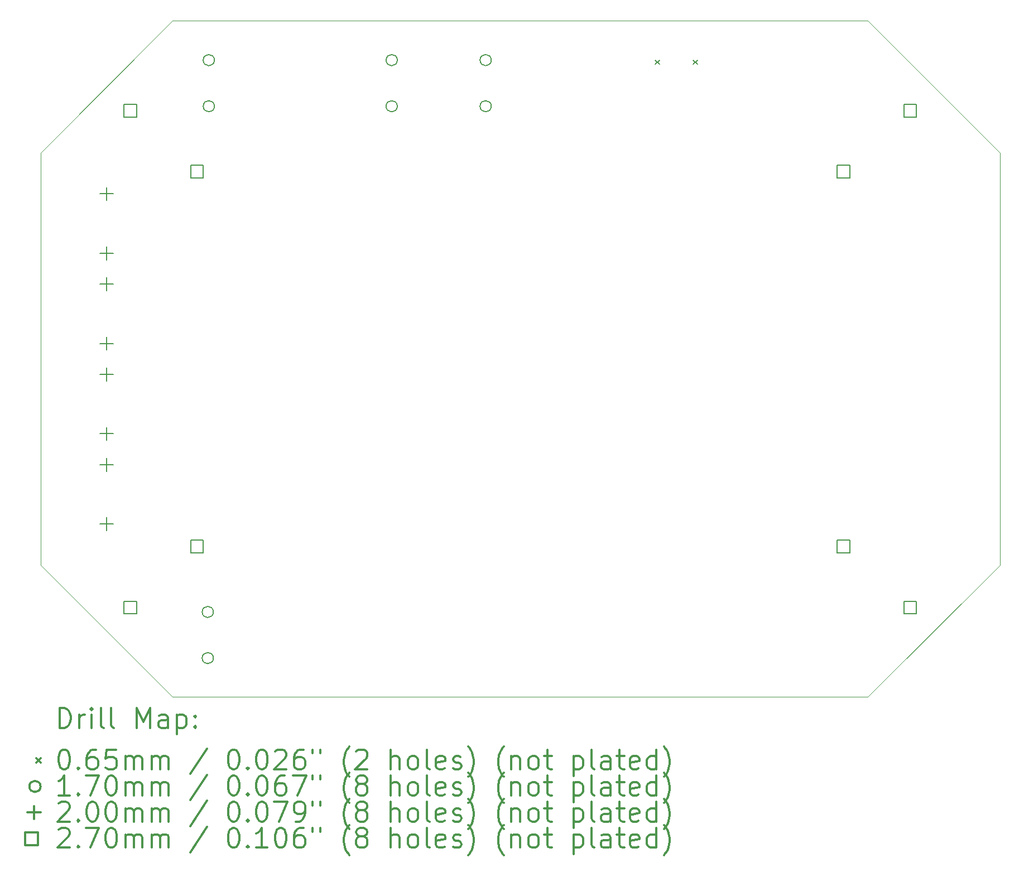
<source format=gbr>
%FSLAX45Y45*%
G04 Gerber Fmt 4.5, Leading zero omitted, Abs format (unit mm)*
G04 Created by KiCad (PCBNEW 5.1.9+dfsg1-1~bpo10+1) date 2021-11-03 11:33:02*
%MOMM*%
%LPD*%
G01*
G04 APERTURE LIST*
%TA.AperFunction,Profile*%
%ADD10C,0.050000*%
%TD*%
%ADD11C,0.200000*%
%ADD12C,0.300000*%
G04 APERTURE END LIST*
D10*
X9209000Y-13427500D02*
X7209000Y-11427500D01*
X19759000Y-13427500D02*
X9209000Y-13427500D01*
X21759000Y-11427500D02*
X19759000Y-13427500D01*
X21759000Y-5167500D02*
X21759000Y-11427500D01*
X19759000Y-3167500D02*
X21759000Y-5167500D01*
X9209000Y-3167500D02*
X19759000Y-3167500D01*
X7209000Y-5167500D02*
X9209000Y-3167500D01*
X7209000Y-11427500D02*
X7209000Y-5167500D01*
D11*
X16530500Y-3761000D02*
X16595500Y-3826000D01*
X16595500Y-3761000D02*
X16530500Y-3826000D01*
X17108500Y-3761000D02*
X17173500Y-3826000D01*
X17173500Y-3761000D02*
X17108500Y-3826000D01*
X9828000Y-12137500D02*
G75*
G03*
X9828000Y-12137500I-85000J0D01*
G01*
X9828000Y-12837500D02*
G75*
G03*
X9828000Y-12837500I-85000J0D01*
G01*
X9844000Y-3762500D02*
G75*
G03*
X9844000Y-3762500I-85000J0D01*
G01*
X9844000Y-4462500D02*
G75*
G03*
X9844000Y-4462500I-85000J0D01*
G01*
X12619000Y-3762500D02*
G75*
G03*
X12619000Y-3762500I-85000J0D01*
G01*
X12619000Y-4462500D02*
G75*
G03*
X12619000Y-4462500I-85000J0D01*
G01*
X14044000Y-3762500D02*
G75*
G03*
X14044000Y-3762500I-85000J0D01*
G01*
X14044000Y-4462500D02*
G75*
G03*
X14044000Y-4462500I-85000J0D01*
G01*
X8209000Y-5692500D02*
X8209000Y-5892500D01*
X8109000Y-5792500D02*
X8309000Y-5792500D01*
X8209000Y-6592500D02*
X8209000Y-6792500D01*
X8109000Y-6692500D02*
X8309000Y-6692500D01*
X8209000Y-7062500D02*
X8209000Y-7262500D01*
X8109000Y-7162500D02*
X8309000Y-7162500D01*
X8209000Y-7962500D02*
X8209000Y-8162500D01*
X8109000Y-8062500D02*
X8309000Y-8062500D01*
X8209000Y-8432500D02*
X8209000Y-8632500D01*
X8109000Y-8532500D02*
X8309000Y-8532500D01*
X8209000Y-9332500D02*
X8209000Y-9532500D01*
X8109000Y-9432500D02*
X8309000Y-9432500D01*
X8209000Y-9802500D02*
X8209000Y-10002500D01*
X8109000Y-9902500D02*
X8309000Y-9902500D01*
X8209000Y-10702500D02*
X8209000Y-10902500D01*
X8109000Y-10802500D02*
X8309000Y-10802500D01*
X8664460Y-4627960D02*
X8664460Y-4437040D01*
X8473540Y-4437040D01*
X8473540Y-4627960D01*
X8664460Y-4627960D01*
X8664460Y-12167960D02*
X8664460Y-11977040D01*
X8473540Y-11977040D01*
X8473540Y-12167960D01*
X8664460Y-12167960D01*
X9674460Y-5547960D02*
X9674460Y-5357040D01*
X9483540Y-5357040D01*
X9483540Y-5547960D01*
X9674460Y-5547960D01*
X9674460Y-11237960D02*
X9674460Y-11047040D01*
X9483540Y-11047040D01*
X9483540Y-11237960D01*
X9674460Y-11237960D01*
X19484460Y-5547960D02*
X19484460Y-5357040D01*
X19293540Y-5357040D01*
X19293540Y-5547960D01*
X19484460Y-5547960D01*
X19484460Y-11237960D02*
X19484460Y-11047040D01*
X19293540Y-11047040D01*
X19293540Y-11237960D01*
X19484460Y-11237960D01*
X20494460Y-4627960D02*
X20494460Y-4437040D01*
X20303540Y-4437040D01*
X20303540Y-4627960D01*
X20494460Y-4627960D01*
X20494460Y-12167960D02*
X20494460Y-11977040D01*
X20303540Y-11977040D01*
X20303540Y-12167960D01*
X20494460Y-12167960D01*
D12*
X7492928Y-13895714D02*
X7492928Y-13595714D01*
X7564357Y-13595714D01*
X7607214Y-13610000D01*
X7635786Y-13638571D01*
X7650071Y-13667143D01*
X7664357Y-13724286D01*
X7664357Y-13767143D01*
X7650071Y-13824286D01*
X7635786Y-13852857D01*
X7607214Y-13881429D01*
X7564357Y-13895714D01*
X7492928Y-13895714D01*
X7792928Y-13895714D02*
X7792928Y-13695714D01*
X7792928Y-13752857D02*
X7807214Y-13724286D01*
X7821500Y-13710000D01*
X7850071Y-13695714D01*
X7878643Y-13695714D01*
X7978643Y-13895714D02*
X7978643Y-13695714D01*
X7978643Y-13595714D02*
X7964357Y-13610000D01*
X7978643Y-13624286D01*
X7992928Y-13610000D01*
X7978643Y-13595714D01*
X7978643Y-13624286D01*
X8164357Y-13895714D02*
X8135786Y-13881429D01*
X8121500Y-13852857D01*
X8121500Y-13595714D01*
X8321500Y-13895714D02*
X8292928Y-13881429D01*
X8278643Y-13852857D01*
X8278643Y-13595714D01*
X8664357Y-13895714D02*
X8664357Y-13595714D01*
X8764357Y-13810000D01*
X8864357Y-13595714D01*
X8864357Y-13895714D01*
X9135786Y-13895714D02*
X9135786Y-13738571D01*
X9121500Y-13710000D01*
X9092928Y-13695714D01*
X9035786Y-13695714D01*
X9007214Y-13710000D01*
X9135786Y-13881429D02*
X9107214Y-13895714D01*
X9035786Y-13895714D01*
X9007214Y-13881429D01*
X8992928Y-13852857D01*
X8992928Y-13824286D01*
X9007214Y-13795714D01*
X9035786Y-13781429D01*
X9107214Y-13781429D01*
X9135786Y-13767143D01*
X9278643Y-13695714D02*
X9278643Y-13995714D01*
X9278643Y-13710000D02*
X9307214Y-13695714D01*
X9364357Y-13695714D01*
X9392928Y-13710000D01*
X9407214Y-13724286D01*
X9421500Y-13752857D01*
X9421500Y-13838571D01*
X9407214Y-13867143D01*
X9392928Y-13881429D01*
X9364357Y-13895714D01*
X9307214Y-13895714D01*
X9278643Y-13881429D01*
X9550071Y-13867143D02*
X9564357Y-13881429D01*
X9550071Y-13895714D01*
X9535786Y-13881429D01*
X9550071Y-13867143D01*
X9550071Y-13895714D01*
X9550071Y-13710000D02*
X9564357Y-13724286D01*
X9550071Y-13738571D01*
X9535786Y-13724286D01*
X9550071Y-13710000D01*
X9550071Y-13738571D01*
X7141500Y-14357500D02*
X7206500Y-14422500D01*
X7206500Y-14357500D02*
X7141500Y-14422500D01*
X7550071Y-14225714D02*
X7578643Y-14225714D01*
X7607214Y-14240000D01*
X7621500Y-14254286D01*
X7635786Y-14282857D01*
X7650071Y-14340000D01*
X7650071Y-14411429D01*
X7635786Y-14468571D01*
X7621500Y-14497143D01*
X7607214Y-14511429D01*
X7578643Y-14525714D01*
X7550071Y-14525714D01*
X7521500Y-14511429D01*
X7507214Y-14497143D01*
X7492928Y-14468571D01*
X7478643Y-14411429D01*
X7478643Y-14340000D01*
X7492928Y-14282857D01*
X7507214Y-14254286D01*
X7521500Y-14240000D01*
X7550071Y-14225714D01*
X7778643Y-14497143D02*
X7792928Y-14511429D01*
X7778643Y-14525714D01*
X7764357Y-14511429D01*
X7778643Y-14497143D01*
X7778643Y-14525714D01*
X8050071Y-14225714D02*
X7992928Y-14225714D01*
X7964357Y-14240000D01*
X7950071Y-14254286D01*
X7921500Y-14297143D01*
X7907214Y-14354286D01*
X7907214Y-14468571D01*
X7921500Y-14497143D01*
X7935786Y-14511429D01*
X7964357Y-14525714D01*
X8021500Y-14525714D01*
X8050071Y-14511429D01*
X8064357Y-14497143D01*
X8078643Y-14468571D01*
X8078643Y-14397143D01*
X8064357Y-14368571D01*
X8050071Y-14354286D01*
X8021500Y-14340000D01*
X7964357Y-14340000D01*
X7935786Y-14354286D01*
X7921500Y-14368571D01*
X7907214Y-14397143D01*
X8350071Y-14225714D02*
X8207214Y-14225714D01*
X8192928Y-14368571D01*
X8207214Y-14354286D01*
X8235786Y-14340000D01*
X8307214Y-14340000D01*
X8335786Y-14354286D01*
X8350071Y-14368571D01*
X8364357Y-14397143D01*
X8364357Y-14468571D01*
X8350071Y-14497143D01*
X8335786Y-14511429D01*
X8307214Y-14525714D01*
X8235786Y-14525714D01*
X8207214Y-14511429D01*
X8192928Y-14497143D01*
X8492928Y-14525714D02*
X8492928Y-14325714D01*
X8492928Y-14354286D02*
X8507214Y-14340000D01*
X8535786Y-14325714D01*
X8578643Y-14325714D01*
X8607214Y-14340000D01*
X8621500Y-14368571D01*
X8621500Y-14525714D01*
X8621500Y-14368571D02*
X8635786Y-14340000D01*
X8664357Y-14325714D01*
X8707214Y-14325714D01*
X8735786Y-14340000D01*
X8750071Y-14368571D01*
X8750071Y-14525714D01*
X8892928Y-14525714D02*
X8892928Y-14325714D01*
X8892928Y-14354286D02*
X8907214Y-14340000D01*
X8935786Y-14325714D01*
X8978643Y-14325714D01*
X9007214Y-14340000D01*
X9021500Y-14368571D01*
X9021500Y-14525714D01*
X9021500Y-14368571D02*
X9035786Y-14340000D01*
X9064357Y-14325714D01*
X9107214Y-14325714D01*
X9135786Y-14340000D01*
X9150071Y-14368571D01*
X9150071Y-14525714D01*
X9735786Y-14211429D02*
X9478643Y-14597143D01*
X10121500Y-14225714D02*
X10150071Y-14225714D01*
X10178643Y-14240000D01*
X10192928Y-14254286D01*
X10207214Y-14282857D01*
X10221500Y-14340000D01*
X10221500Y-14411429D01*
X10207214Y-14468571D01*
X10192928Y-14497143D01*
X10178643Y-14511429D01*
X10150071Y-14525714D01*
X10121500Y-14525714D01*
X10092928Y-14511429D01*
X10078643Y-14497143D01*
X10064357Y-14468571D01*
X10050071Y-14411429D01*
X10050071Y-14340000D01*
X10064357Y-14282857D01*
X10078643Y-14254286D01*
X10092928Y-14240000D01*
X10121500Y-14225714D01*
X10350071Y-14497143D02*
X10364357Y-14511429D01*
X10350071Y-14525714D01*
X10335786Y-14511429D01*
X10350071Y-14497143D01*
X10350071Y-14525714D01*
X10550071Y-14225714D02*
X10578643Y-14225714D01*
X10607214Y-14240000D01*
X10621500Y-14254286D01*
X10635786Y-14282857D01*
X10650071Y-14340000D01*
X10650071Y-14411429D01*
X10635786Y-14468571D01*
X10621500Y-14497143D01*
X10607214Y-14511429D01*
X10578643Y-14525714D01*
X10550071Y-14525714D01*
X10521500Y-14511429D01*
X10507214Y-14497143D01*
X10492928Y-14468571D01*
X10478643Y-14411429D01*
X10478643Y-14340000D01*
X10492928Y-14282857D01*
X10507214Y-14254286D01*
X10521500Y-14240000D01*
X10550071Y-14225714D01*
X10764357Y-14254286D02*
X10778643Y-14240000D01*
X10807214Y-14225714D01*
X10878643Y-14225714D01*
X10907214Y-14240000D01*
X10921500Y-14254286D01*
X10935786Y-14282857D01*
X10935786Y-14311429D01*
X10921500Y-14354286D01*
X10750071Y-14525714D01*
X10935786Y-14525714D01*
X11192928Y-14225714D02*
X11135786Y-14225714D01*
X11107214Y-14240000D01*
X11092928Y-14254286D01*
X11064357Y-14297143D01*
X11050071Y-14354286D01*
X11050071Y-14468571D01*
X11064357Y-14497143D01*
X11078643Y-14511429D01*
X11107214Y-14525714D01*
X11164357Y-14525714D01*
X11192928Y-14511429D01*
X11207214Y-14497143D01*
X11221500Y-14468571D01*
X11221500Y-14397143D01*
X11207214Y-14368571D01*
X11192928Y-14354286D01*
X11164357Y-14340000D01*
X11107214Y-14340000D01*
X11078643Y-14354286D01*
X11064357Y-14368571D01*
X11050071Y-14397143D01*
X11335786Y-14225714D02*
X11335786Y-14282857D01*
X11450071Y-14225714D02*
X11450071Y-14282857D01*
X11892928Y-14640000D02*
X11878643Y-14625714D01*
X11850071Y-14582857D01*
X11835786Y-14554286D01*
X11821500Y-14511429D01*
X11807214Y-14440000D01*
X11807214Y-14382857D01*
X11821500Y-14311429D01*
X11835786Y-14268571D01*
X11850071Y-14240000D01*
X11878643Y-14197143D01*
X11892928Y-14182857D01*
X11992928Y-14254286D02*
X12007214Y-14240000D01*
X12035786Y-14225714D01*
X12107214Y-14225714D01*
X12135786Y-14240000D01*
X12150071Y-14254286D01*
X12164357Y-14282857D01*
X12164357Y-14311429D01*
X12150071Y-14354286D01*
X11978643Y-14525714D01*
X12164357Y-14525714D01*
X12521500Y-14525714D02*
X12521500Y-14225714D01*
X12650071Y-14525714D02*
X12650071Y-14368571D01*
X12635786Y-14340000D01*
X12607214Y-14325714D01*
X12564357Y-14325714D01*
X12535786Y-14340000D01*
X12521500Y-14354286D01*
X12835786Y-14525714D02*
X12807214Y-14511429D01*
X12792928Y-14497143D01*
X12778643Y-14468571D01*
X12778643Y-14382857D01*
X12792928Y-14354286D01*
X12807214Y-14340000D01*
X12835786Y-14325714D01*
X12878643Y-14325714D01*
X12907214Y-14340000D01*
X12921500Y-14354286D01*
X12935786Y-14382857D01*
X12935786Y-14468571D01*
X12921500Y-14497143D01*
X12907214Y-14511429D01*
X12878643Y-14525714D01*
X12835786Y-14525714D01*
X13107214Y-14525714D02*
X13078643Y-14511429D01*
X13064357Y-14482857D01*
X13064357Y-14225714D01*
X13335786Y-14511429D02*
X13307214Y-14525714D01*
X13250071Y-14525714D01*
X13221500Y-14511429D01*
X13207214Y-14482857D01*
X13207214Y-14368571D01*
X13221500Y-14340000D01*
X13250071Y-14325714D01*
X13307214Y-14325714D01*
X13335786Y-14340000D01*
X13350071Y-14368571D01*
X13350071Y-14397143D01*
X13207214Y-14425714D01*
X13464357Y-14511429D02*
X13492928Y-14525714D01*
X13550071Y-14525714D01*
X13578643Y-14511429D01*
X13592928Y-14482857D01*
X13592928Y-14468571D01*
X13578643Y-14440000D01*
X13550071Y-14425714D01*
X13507214Y-14425714D01*
X13478643Y-14411429D01*
X13464357Y-14382857D01*
X13464357Y-14368571D01*
X13478643Y-14340000D01*
X13507214Y-14325714D01*
X13550071Y-14325714D01*
X13578643Y-14340000D01*
X13692928Y-14640000D02*
X13707214Y-14625714D01*
X13735786Y-14582857D01*
X13750071Y-14554286D01*
X13764357Y-14511429D01*
X13778643Y-14440000D01*
X13778643Y-14382857D01*
X13764357Y-14311429D01*
X13750071Y-14268571D01*
X13735786Y-14240000D01*
X13707214Y-14197143D01*
X13692928Y-14182857D01*
X14235786Y-14640000D02*
X14221500Y-14625714D01*
X14192928Y-14582857D01*
X14178643Y-14554286D01*
X14164357Y-14511429D01*
X14150071Y-14440000D01*
X14150071Y-14382857D01*
X14164357Y-14311429D01*
X14178643Y-14268571D01*
X14192928Y-14240000D01*
X14221500Y-14197143D01*
X14235786Y-14182857D01*
X14350071Y-14325714D02*
X14350071Y-14525714D01*
X14350071Y-14354286D02*
X14364357Y-14340000D01*
X14392928Y-14325714D01*
X14435786Y-14325714D01*
X14464357Y-14340000D01*
X14478643Y-14368571D01*
X14478643Y-14525714D01*
X14664357Y-14525714D02*
X14635786Y-14511429D01*
X14621500Y-14497143D01*
X14607214Y-14468571D01*
X14607214Y-14382857D01*
X14621500Y-14354286D01*
X14635786Y-14340000D01*
X14664357Y-14325714D01*
X14707214Y-14325714D01*
X14735786Y-14340000D01*
X14750071Y-14354286D01*
X14764357Y-14382857D01*
X14764357Y-14468571D01*
X14750071Y-14497143D01*
X14735786Y-14511429D01*
X14707214Y-14525714D01*
X14664357Y-14525714D01*
X14850071Y-14325714D02*
X14964357Y-14325714D01*
X14892928Y-14225714D02*
X14892928Y-14482857D01*
X14907214Y-14511429D01*
X14935786Y-14525714D01*
X14964357Y-14525714D01*
X15292928Y-14325714D02*
X15292928Y-14625714D01*
X15292928Y-14340000D02*
X15321500Y-14325714D01*
X15378643Y-14325714D01*
X15407214Y-14340000D01*
X15421500Y-14354286D01*
X15435786Y-14382857D01*
X15435786Y-14468571D01*
X15421500Y-14497143D01*
X15407214Y-14511429D01*
X15378643Y-14525714D01*
X15321500Y-14525714D01*
X15292928Y-14511429D01*
X15607214Y-14525714D02*
X15578643Y-14511429D01*
X15564357Y-14482857D01*
X15564357Y-14225714D01*
X15850071Y-14525714D02*
X15850071Y-14368571D01*
X15835786Y-14340000D01*
X15807214Y-14325714D01*
X15750071Y-14325714D01*
X15721500Y-14340000D01*
X15850071Y-14511429D02*
X15821500Y-14525714D01*
X15750071Y-14525714D01*
X15721500Y-14511429D01*
X15707214Y-14482857D01*
X15707214Y-14454286D01*
X15721500Y-14425714D01*
X15750071Y-14411429D01*
X15821500Y-14411429D01*
X15850071Y-14397143D01*
X15950071Y-14325714D02*
X16064357Y-14325714D01*
X15992928Y-14225714D02*
X15992928Y-14482857D01*
X16007214Y-14511429D01*
X16035786Y-14525714D01*
X16064357Y-14525714D01*
X16278643Y-14511429D02*
X16250071Y-14525714D01*
X16192928Y-14525714D01*
X16164357Y-14511429D01*
X16150071Y-14482857D01*
X16150071Y-14368571D01*
X16164357Y-14340000D01*
X16192928Y-14325714D01*
X16250071Y-14325714D01*
X16278643Y-14340000D01*
X16292928Y-14368571D01*
X16292928Y-14397143D01*
X16150071Y-14425714D01*
X16550071Y-14525714D02*
X16550071Y-14225714D01*
X16550071Y-14511429D02*
X16521500Y-14525714D01*
X16464357Y-14525714D01*
X16435786Y-14511429D01*
X16421500Y-14497143D01*
X16407214Y-14468571D01*
X16407214Y-14382857D01*
X16421500Y-14354286D01*
X16435786Y-14340000D01*
X16464357Y-14325714D01*
X16521500Y-14325714D01*
X16550071Y-14340000D01*
X16664357Y-14640000D02*
X16678643Y-14625714D01*
X16707214Y-14582857D01*
X16721500Y-14554286D01*
X16735786Y-14511429D01*
X16750071Y-14440000D01*
X16750071Y-14382857D01*
X16735786Y-14311429D01*
X16721500Y-14268571D01*
X16707214Y-14240000D01*
X16678643Y-14197143D01*
X16664357Y-14182857D01*
X7206500Y-14786000D02*
G75*
G03*
X7206500Y-14786000I-85000J0D01*
G01*
X7650071Y-14921714D02*
X7478643Y-14921714D01*
X7564357Y-14921714D02*
X7564357Y-14621714D01*
X7535786Y-14664571D01*
X7507214Y-14693143D01*
X7478643Y-14707429D01*
X7778643Y-14893143D02*
X7792928Y-14907429D01*
X7778643Y-14921714D01*
X7764357Y-14907429D01*
X7778643Y-14893143D01*
X7778643Y-14921714D01*
X7892928Y-14621714D02*
X8092928Y-14621714D01*
X7964357Y-14921714D01*
X8264357Y-14621714D02*
X8292928Y-14621714D01*
X8321500Y-14636000D01*
X8335786Y-14650286D01*
X8350071Y-14678857D01*
X8364357Y-14736000D01*
X8364357Y-14807429D01*
X8350071Y-14864571D01*
X8335786Y-14893143D01*
X8321500Y-14907429D01*
X8292928Y-14921714D01*
X8264357Y-14921714D01*
X8235786Y-14907429D01*
X8221500Y-14893143D01*
X8207214Y-14864571D01*
X8192928Y-14807429D01*
X8192928Y-14736000D01*
X8207214Y-14678857D01*
X8221500Y-14650286D01*
X8235786Y-14636000D01*
X8264357Y-14621714D01*
X8492928Y-14921714D02*
X8492928Y-14721714D01*
X8492928Y-14750286D02*
X8507214Y-14736000D01*
X8535786Y-14721714D01*
X8578643Y-14721714D01*
X8607214Y-14736000D01*
X8621500Y-14764571D01*
X8621500Y-14921714D01*
X8621500Y-14764571D02*
X8635786Y-14736000D01*
X8664357Y-14721714D01*
X8707214Y-14721714D01*
X8735786Y-14736000D01*
X8750071Y-14764571D01*
X8750071Y-14921714D01*
X8892928Y-14921714D02*
X8892928Y-14721714D01*
X8892928Y-14750286D02*
X8907214Y-14736000D01*
X8935786Y-14721714D01*
X8978643Y-14721714D01*
X9007214Y-14736000D01*
X9021500Y-14764571D01*
X9021500Y-14921714D01*
X9021500Y-14764571D02*
X9035786Y-14736000D01*
X9064357Y-14721714D01*
X9107214Y-14721714D01*
X9135786Y-14736000D01*
X9150071Y-14764571D01*
X9150071Y-14921714D01*
X9735786Y-14607429D02*
X9478643Y-14993143D01*
X10121500Y-14621714D02*
X10150071Y-14621714D01*
X10178643Y-14636000D01*
X10192928Y-14650286D01*
X10207214Y-14678857D01*
X10221500Y-14736000D01*
X10221500Y-14807429D01*
X10207214Y-14864571D01*
X10192928Y-14893143D01*
X10178643Y-14907429D01*
X10150071Y-14921714D01*
X10121500Y-14921714D01*
X10092928Y-14907429D01*
X10078643Y-14893143D01*
X10064357Y-14864571D01*
X10050071Y-14807429D01*
X10050071Y-14736000D01*
X10064357Y-14678857D01*
X10078643Y-14650286D01*
X10092928Y-14636000D01*
X10121500Y-14621714D01*
X10350071Y-14893143D02*
X10364357Y-14907429D01*
X10350071Y-14921714D01*
X10335786Y-14907429D01*
X10350071Y-14893143D01*
X10350071Y-14921714D01*
X10550071Y-14621714D02*
X10578643Y-14621714D01*
X10607214Y-14636000D01*
X10621500Y-14650286D01*
X10635786Y-14678857D01*
X10650071Y-14736000D01*
X10650071Y-14807429D01*
X10635786Y-14864571D01*
X10621500Y-14893143D01*
X10607214Y-14907429D01*
X10578643Y-14921714D01*
X10550071Y-14921714D01*
X10521500Y-14907429D01*
X10507214Y-14893143D01*
X10492928Y-14864571D01*
X10478643Y-14807429D01*
X10478643Y-14736000D01*
X10492928Y-14678857D01*
X10507214Y-14650286D01*
X10521500Y-14636000D01*
X10550071Y-14621714D01*
X10907214Y-14621714D02*
X10850071Y-14621714D01*
X10821500Y-14636000D01*
X10807214Y-14650286D01*
X10778643Y-14693143D01*
X10764357Y-14750286D01*
X10764357Y-14864571D01*
X10778643Y-14893143D01*
X10792928Y-14907429D01*
X10821500Y-14921714D01*
X10878643Y-14921714D01*
X10907214Y-14907429D01*
X10921500Y-14893143D01*
X10935786Y-14864571D01*
X10935786Y-14793143D01*
X10921500Y-14764571D01*
X10907214Y-14750286D01*
X10878643Y-14736000D01*
X10821500Y-14736000D01*
X10792928Y-14750286D01*
X10778643Y-14764571D01*
X10764357Y-14793143D01*
X11035786Y-14621714D02*
X11235786Y-14621714D01*
X11107214Y-14921714D01*
X11335786Y-14621714D02*
X11335786Y-14678857D01*
X11450071Y-14621714D02*
X11450071Y-14678857D01*
X11892928Y-15036000D02*
X11878643Y-15021714D01*
X11850071Y-14978857D01*
X11835786Y-14950286D01*
X11821500Y-14907429D01*
X11807214Y-14836000D01*
X11807214Y-14778857D01*
X11821500Y-14707429D01*
X11835786Y-14664571D01*
X11850071Y-14636000D01*
X11878643Y-14593143D01*
X11892928Y-14578857D01*
X12050071Y-14750286D02*
X12021500Y-14736000D01*
X12007214Y-14721714D01*
X11992928Y-14693143D01*
X11992928Y-14678857D01*
X12007214Y-14650286D01*
X12021500Y-14636000D01*
X12050071Y-14621714D01*
X12107214Y-14621714D01*
X12135786Y-14636000D01*
X12150071Y-14650286D01*
X12164357Y-14678857D01*
X12164357Y-14693143D01*
X12150071Y-14721714D01*
X12135786Y-14736000D01*
X12107214Y-14750286D01*
X12050071Y-14750286D01*
X12021500Y-14764571D01*
X12007214Y-14778857D01*
X11992928Y-14807429D01*
X11992928Y-14864571D01*
X12007214Y-14893143D01*
X12021500Y-14907429D01*
X12050071Y-14921714D01*
X12107214Y-14921714D01*
X12135786Y-14907429D01*
X12150071Y-14893143D01*
X12164357Y-14864571D01*
X12164357Y-14807429D01*
X12150071Y-14778857D01*
X12135786Y-14764571D01*
X12107214Y-14750286D01*
X12521500Y-14921714D02*
X12521500Y-14621714D01*
X12650071Y-14921714D02*
X12650071Y-14764571D01*
X12635786Y-14736000D01*
X12607214Y-14721714D01*
X12564357Y-14721714D01*
X12535786Y-14736000D01*
X12521500Y-14750286D01*
X12835786Y-14921714D02*
X12807214Y-14907429D01*
X12792928Y-14893143D01*
X12778643Y-14864571D01*
X12778643Y-14778857D01*
X12792928Y-14750286D01*
X12807214Y-14736000D01*
X12835786Y-14721714D01*
X12878643Y-14721714D01*
X12907214Y-14736000D01*
X12921500Y-14750286D01*
X12935786Y-14778857D01*
X12935786Y-14864571D01*
X12921500Y-14893143D01*
X12907214Y-14907429D01*
X12878643Y-14921714D01*
X12835786Y-14921714D01*
X13107214Y-14921714D02*
X13078643Y-14907429D01*
X13064357Y-14878857D01*
X13064357Y-14621714D01*
X13335786Y-14907429D02*
X13307214Y-14921714D01*
X13250071Y-14921714D01*
X13221500Y-14907429D01*
X13207214Y-14878857D01*
X13207214Y-14764571D01*
X13221500Y-14736000D01*
X13250071Y-14721714D01*
X13307214Y-14721714D01*
X13335786Y-14736000D01*
X13350071Y-14764571D01*
X13350071Y-14793143D01*
X13207214Y-14821714D01*
X13464357Y-14907429D02*
X13492928Y-14921714D01*
X13550071Y-14921714D01*
X13578643Y-14907429D01*
X13592928Y-14878857D01*
X13592928Y-14864571D01*
X13578643Y-14836000D01*
X13550071Y-14821714D01*
X13507214Y-14821714D01*
X13478643Y-14807429D01*
X13464357Y-14778857D01*
X13464357Y-14764571D01*
X13478643Y-14736000D01*
X13507214Y-14721714D01*
X13550071Y-14721714D01*
X13578643Y-14736000D01*
X13692928Y-15036000D02*
X13707214Y-15021714D01*
X13735786Y-14978857D01*
X13750071Y-14950286D01*
X13764357Y-14907429D01*
X13778643Y-14836000D01*
X13778643Y-14778857D01*
X13764357Y-14707429D01*
X13750071Y-14664571D01*
X13735786Y-14636000D01*
X13707214Y-14593143D01*
X13692928Y-14578857D01*
X14235786Y-15036000D02*
X14221500Y-15021714D01*
X14192928Y-14978857D01*
X14178643Y-14950286D01*
X14164357Y-14907429D01*
X14150071Y-14836000D01*
X14150071Y-14778857D01*
X14164357Y-14707429D01*
X14178643Y-14664571D01*
X14192928Y-14636000D01*
X14221500Y-14593143D01*
X14235786Y-14578857D01*
X14350071Y-14721714D02*
X14350071Y-14921714D01*
X14350071Y-14750286D02*
X14364357Y-14736000D01*
X14392928Y-14721714D01*
X14435786Y-14721714D01*
X14464357Y-14736000D01*
X14478643Y-14764571D01*
X14478643Y-14921714D01*
X14664357Y-14921714D02*
X14635786Y-14907429D01*
X14621500Y-14893143D01*
X14607214Y-14864571D01*
X14607214Y-14778857D01*
X14621500Y-14750286D01*
X14635786Y-14736000D01*
X14664357Y-14721714D01*
X14707214Y-14721714D01*
X14735786Y-14736000D01*
X14750071Y-14750286D01*
X14764357Y-14778857D01*
X14764357Y-14864571D01*
X14750071Y-14893143D01*
X14735786Y-14907429D01*
X14707214Y-14921714D01*
X14664357Y-14921714D01*
X14850071Y-14721714D02*
X14964357Y-14721714D01*
X14892928Y-14621714D02*
X14892928Y-14878857D01*
X14907214Y-14907429D01*
X14935786Y-14921714D01*
X14964357Y-14921714D01*
X15292928Y-14721714D02*
X15292928Y-15021714D01*
X15292928Y-14736000D02*
X15321500Y-14721714D01*
X15378643Y-14721714D01*
X15407214Y-14736000D01*
X15421500Y-14750286D01*
X15435786Y-14778857D01*
X15435786Y-14864571D01*
X15421500Y-14893143D01*
X15407214Y-14907429D01*
X15378643Y-14921714D01*
X15321500Y-14921714D01*
X15292928Y-14907429D01*
X15607214Y-14921714D02*
X15578643Y-14907429D01*
X15564357Y-14878857D01*
X15564357Y-14621714D01*
X15850071Y-14921714D02*
X15850071Y-14764571D01*
X15835786Y-14736000D01*
X15807214Y-14721714D01*
X15750071Y-14721714D01*
X15721500Y-14736000D01*
X15850071Y-14907429D02*
X15821500Y-14921714D01*
X15750071Y-14921714D01*
X15721500Y-14907429D01*
X15707214Y-14878857D01*
X15707214Y-14850286D01*
X15721500Y-14821714D01*
X15750071Y-14807429D01*
X15821500Y-14807429D01*
X15850071Y-14793143D01*
X15950071Y-14721714D02*
X16064357Y-14721714D01*
X15992928Y-14621714D02*
X15992928Y-14878857D01*
X16007214Y-14907429D01*
X16035786Y-14921714D01*
X16064357Y-14921714D01*
X16278643Y-14907429D02*
X16250071Y-14921714D01*
X16192928Y-14921714D01*
X16164357Y-14907429D01*
X16150071Y-14878857D01*
X16150071Y-14764571D01*
X16164357Y-14736000D01*
X16192928Y-14721714D01*
X16250071Y-14721714D01*
X16278643Y-14736000D01*
X16292928Y-14764571D01*
X16292928Y-14793143D01*
X16150071Y-14821714D01*
X16550071Y-14921714D02*
X16550071Y-14621714D01*
X16550071Y-14907429D02*
X16521500Y-14921714D01*
X16464357Y-14921714D01*
X16435786Y-14907429D01*
X16421500Y-14893143D01*
X16407214Y-14864571D01*
X16407214Y-14778857D01*
X16421500Y-14750286D01*
X16435786Y-14736000D01*
X16464357Y-14721714D01*
X16521500Y-14721714D01*
X16550071Y-14736000D01*
X16664357Y-15036000D02*
X16678643Y-15021714D01*
X16707214Y-14978857D01*
X16721500Y-14950286D01*
X16735786Y-14907429D01*
X16750071Y-14836000D01*
X16750071Y-14778857D01*
X16735786Y-14707429D01*
X16721500Y-14664571D01*
X16707214Y-14636000D01*
X16678643Y-14593143D01*
X16664357Y-14578857D01*
X7106500Y-15082000D02*
X7106500Y-15282000D01*
X7006500Y-15182000D02*
X7206500Y-15182000D01*
X7478643Y-15046286D02*
X7492928Y-15032000D01*
X7521500Y-15017714D01*
X7592928Y-15017714D01*
X7621500Y-15032000D01*
X7635786Y-15046286D01*
X7650071Y-15074857D01*
X7650071Y-15103429D01*
X7635786Y-15146286D01*
X7464357Y-15317714D01*
X7650071Y-15317714D01*
X7778643Y-15289143D02*
X7792928Y-15303429D01*
X7778643Y-15317714D01*
X7764357Y-15303429D01*
X7778643Y-15289143D01*
X7778643Y-15317714D01*
X7978643Y-15017714D02*
X8007214Y-15017714D01*
X8035786Y-15032000D01*
X8050071Y-15046286D01*
X8064357Y-15074857D01*
X8078643Y-15132000D01*
X8078643Y-15203429D01*
X8064357Y-15260571D01*
X8050071Y-15289143D01*
X8035786Y-15303429D01*
X8007214Y-15317714D01*
X7978643Y-15317714D01*
X7950071Y-15303429D01*
X7935786Y-15289143D01*
X7921500Y-15260571D01*
X7907214Y-15203429D01*
X7907214Y-15132000D01*
X7921500Y-15074857D01*
X7935786Y-15046286D01*
X7950071Y-15032000D01*
X7978643Y-15017714D01*
X8264357Y-15017714D02*
X8292928Y-15017714D01*
X8321500Y-15032000D01*
X8335786Y-15046286D01*
X8350071Y-15074857D01*
X8364357Y-15132000D01*
X8364357Y-15203429D01*
X8350071Y-15260571D01*
X8335786Y-15289143D01*
X8321500Y-15303429D01*
X8292928Y-15317714D01*
X8264357Y-15317714D01*
X8235786Y-15303429D01*
X8221500Y-15289143D01*
X8207214Y-15260571D01*
X8192928Y-15203429D01*
X8192928Y-15132000D01*
X8207214Y-15074857D01*
X8221500Y-15046286D01*
X8235786Y-15032000D01*
X8264357Y-15017714D01*
X8492928Y-15317714D02*
X8492928Y-15117714D01*
X8492928Y-15146286D02*
X8507214Y-15132000D01*
X8535786Y-15117714D01*
X8578643Y-15117714D01*
X8607214Y-15132000D01*
X8621500Y-15160571D01*
X8621500Y-15317714D01*
X8621500Y-15160571D02*
X8635786Y-15132000D01*
X8664357Y-15117714D01*
X8707214Y-15117714D01*
X8735786Y-15132000D01*
X8750071Y-15160571D01*
X8750071Y-15317714D01*
X8892928Y-15317714D02*
X8892928Y-15117714D01*
X8892928Y-15146286D02*
X8907214Y-15132000D01*
X8935786Y-15117714D01*
X8978643Y-15117714D01*
X9007214Y-15132000D01*
X9021500Y-15160571D01*
X9021500Y-15317714D01*
X9021500Y-15160571D02*
X9035786Y-15132000D01*
X9064357Y-15117714D01*
X9107214Y-15117714D01*
X9135786Y-15132000D01*
X9150071Y-15160571D01*
X9150071Y-15317714D01*
X9735786Y-15003429D02*
X9478643Y-15389143D01*
X10121500Y-15017714D02*
X10150071Y-15017714D01*
X10178643Y-15032000D01*
X10192928Y-15046286D01*
X10207214Y-15074857D01*
X10221500Y-15132000D01*
X10221500Y-15203429D01*
X10207214Y-15260571D01*
X10192928Y-15289143D01*
X10178643Y-15303429D01*
X10150071Y-15317714D01*
X10121500Y-15317714D01*
X10092928Y-15303429D01*
X10078643Y-15289143D01*
X10064357Y-15260571D01*
X10050071Y-15203429D01*
X10050071Y-15132000D01*
X10064357Y-15074857D01*
X10078643Y-15046286D01*
X10092928Y-15032000D01*
X10121500Y-15017714D01*
X10350071Y-15289143D02*
X10364357Y-15303429D01*
X10350071Y-15317714D01*
X10335786Y-15303429D01*
X10350071Y-15289143D01*
X10350071Y-15317714D01*
X10550071Y-15017714D02*
X10578643Y-15017714D01*
X10607214Y-15032000D01*
X10621500Y-15046286D01*
X10635786Y-15074857D01*
X10650071Y-15132000D01*
X10650071Y-15203429D01*
X10635786Y-15260571D01*
X10621500Y-15289143D01*
X10607214Y-15303429D01*
X10578643Y-15317714D01*
X10550071Y-15317714D01*
X10521500Y-15303429D01*
X10507214Y-15289143D01*
X10492928Y-15260571D01*
X10478643Y-15203429D01*
X10478643Y-15132000D01*
X10492928Y-15074857D01*
X10507214Y-15046286D01*
X10521500Y-15032000D01*
X10550071Y-15017714D01*
X10750071Y-15017714D02*
X10950071Y-15017714D01*
X10821500Y-15317714D01*
X11078643Y-15317714D02*
X11135786Y-15317714D01*
X11164357Y-15303429D01*
X11178643Y-15289143D01*
X11207214Y-15246286D01*
X11221500Y-15189143D01*
X11221500Y-15074857D01*
X11207214Y-15046286D01*
X11192928Y-15032000D01*
X11164357Y-15017714D01*
X11107214Y-15017714D01*
X11078643Y-15032000D01*
X11064357Y-15046286D01*
X11050071Y-15074857D01*
X11050071Y-15146286D01*
X11064357Y-15174857D01*
X11078643Y-15189143D01*
X11107214Y-15203429D01*
X11164357Y-15203429D01*
X11192928Y-15189143D01*
X11207214Y-15174857D01*
X11221500Y-15146286D01*
X11335786Y-15017714D02*
X11335786Y-15074857D01*
X11450071Y-15017714D02*
X11450071Y-15074857D01*
X11892928Y-15432000D02*
X11878643Y-15417714D01*
X11850071Y-15374857D01*
X11835786Y-15346286D01*
X11821500Y-15303429D01*
X11807214Y-15232000D01*
X11807214Y-15174857D01*
X11821500Y-15103429D01*
X11835786Y-15060571D01*
X11850071Y-15032000D01*
X11878643Y-14989143D01*
X11892928Y-14974857D01*
X12050071Y-15146286D02*
X12021500Y-15132000D01*
X12007214Y-15117714D01*
X11992928Y-15089143D01*
X11992928Y-15074857D01*
X12007214Y-15046286D01*
X12021500Y-15032000D01*
X12050071Y-15017714D01*
X12107214Y-15017714D01*
X12135786Y-15032000D01*
X12150071Y-15046286D01*
X12164357Y-15074857D01*
X12164357Y-15089143D01*
X12150071Y-15117714D01*
X12135786Y-15132000D01*
X12107214Y-15146286D01*
X12050071Y-15146286D01*
X12021500Y-15160571D01*
X12007214Y-15174857D01*
X11992928Y-15203429D01*
X11992928Y-15260571D01*
X12007214Y-15289143D01*
X12021500Y-15303429D01*
X12050071Y-15317714D01*
X12107214Y-15317714D01*
X12135786Y-15303429D01*
X12150071Y-15289143D01*
X12164357Y-15260571D01*
X12164357Y-15203429D01*
X12150071Y-15174857D01*
X12135786Y-15160571D01*
X12107214Y-15146286D01*
X12521500Y-15317714D02*
X12521500Y-15017714D01*
X12650071Y-15317714D02*
X12650071Y-15160571D01*
X12635786Y-15132000D01*
X12607214Y-15117714D01*
X12564357Y-15117714D01*
X12535786Y-15132000D01*
X12521500Y-15146286D01*
X12835786Y-15317714D02*
X12807214Y-15303429D01*
X12792928Y-15289143D01*
X12778643Y-15260571D01*
X12778643Y-15174857D01*
X12792928Y-15146286D01*
X12807214Y-15132000D01*
X12835786Y-15117714D01*
X12878643Y-15117714D01*
X12907214Y-15132000D01*
X12921500Y-15146286D01*
X12935786Y-15174857D01*
X12935786Y-15260571D01*
X12921500Y-15289143D01*
X12907214Y-15303429D01*
X12878643Y-15317714D01*
X12835786Y-15317714D01*
X13107214Y-15317714D02*
X13078643Y-15303429D01*
X13064357Y-15274857D01*
X13064357Y-15017714D01*
X13335786Y-15303429D02*
X13307214Y-15317714D01*
X13250071Y-15317714D01*
X13221500Y-15303429D01*
X13207214Y-15274857D01*
X13207214Y-15160571D01*
X13221500Y-15132000D01*
X13250071Y-15117714D01*
X13307214Y-15117714D01*
X13335786Y-15132000D01*
X13350071Y-15160571D01*
X13350071Y-15189143D01*
X13207214Y-15217714D01*
X13464357Y-15303429D02*
X13492928Y-15317714D01*
X13550071Y-15317714D01*
X13578643Y-15303429D01*
X13592928Y-15274857D01*
X13592928Y-15260571D01*
X13578643Y-15232000D01*
X13550071Y-15217714D01*
X13507214Y-15217714D01*
X13478643Y-15203429D01*
X13464357Y-15174857D01*
X13464357Y-15160571D01*
X13478643Y-15132000D01*
X13507214Y-15117714D01*
X13550071Y-15117714D01*
X13578643Y-15132000D01*
X13692928Y-15432000D02*
X13707214Y-15417714D01*
X13735786Y-15374857D01*
X13750071Y-15346286D01*
X13764357Y-15303429D01*
X13778643Y-15232000D01*
X13778643Y-15174857D01*
X13764357Y-15103429D01*
X13750071Y-15060571D01*
X13735786Y-15032000D01*
X13707214Y-14989143D01*
X13692928Y-14974857D01*
X14235786Y-15432000D02*
X14221500Y-15417714D01*
X14192928Y-15374857D01*
X14178643Y-15346286D01*
X14164357Y-15303429D01*
X14150071Y-15232000D01*
X14150071Y-15174857D01*
X14164357Y-15103429D01*
X14178643Y-15060571D01*
X14192928Y-15032000D01*
X14221500Y-14989143D01*
X14235786Y-14974857D01*
X14350071Y-15117714D02*
X14350071Y-15317714D01*
X14350071Y-15146286D02*
X14364357Y-15132000D01*
X14392928Y-15117714D01*
X14435786Y-15117714D01*
X14464357Y-15132000D01*
X14478643Y-15160571D01*
X14478643Y-15317714D01*
X14664357Y-15317714D02*
X14635786Y-15303429D01*
X14621500Y-15289143D01*
X14607214Y-15260571D01*
X14607214Y-15174857D01*
X14621500Y-15146286D01*
X14635786Y-15132000D01*
X14664357Y-15117714D01*
X14707214Y-15117714D01*
X14735786Y-15132000D01*
X14750071Y-15146286D01*
X14764357Y-15174857D01*
X14764357Y-15260571D01*
X14750071Y-15289143D01*
X14735786Y-15303429D01*
X14707214Y-15317714D01*
X14664357Y-15317714D01*
X14850071Y-15117714D02*
X14964357Y-15117714D01*
X14892928Y-15017714D02*
X14892928Y-15274857D01*
X14907214Y-15303429D01*
X14935786Y-15317714D01*
X14964357Y-15317714D01*
X15292928Y-15117714D02*
X15292928Y-15417714D01*
X15292928Y-15132000D02*
X15321500Y-15117714D01*
X15378643Y-15117714D01*
X15407214Y-15132000D01*
X15421500Y-15146286D01*
X15435786Y-15174857D01*
X15435786Y-15260571D01*
X15421500Y-15289143D01*
X15407214Y-15303429D01*
X15378643Y-15317714D01*
X15321500Y-15317714D01*
X15292928Y-15303429D01*
X15607214Y-15317714D02*
X15578643Y-15303429D01*
X15564357Y-15274857D01*
X15564357Y-15017714D01*
X15850071Y-15317714D02*
X15850071Y-15160571D01*
X15835786Y-15132000D01*
X15807214Y-15117714D01*
X15750071Y-15117714D01*
X15721500Y-15132000D01*
X15850071Y-15303429D02*
X15821500Y-15317714D01*
X15750071Y-15317714D01*
X15721500Y-15303429D01*
X15707214Y-15274857D01*
X15707214Y-15246286D01*
X15721500Y-15217714D01*
X15750071Y-15203429D01*
X15821500Y-15203429D01*
X15850071Y-15189143D01*
X15950071Y-15117714D02*
X16064357Y-15117714D01*
X15992928Y-15017714D02*
X15992928Y-15274857D01*
X16007214Y-15303429D01*
X16035786Y-15317714D01*
X16064357Y-15317714D01*
X16278643Y-15303429D02*
X16250071Y-15317714D01*
X16192928Y-15317714D01*
X16164357Y-15303429D01*
X16150071Y-15274857D01*
X16150071Y-15160571D01*
X16164357Y-15132000D01*
X16192928Y-15117714D01*
X16250071Y-15117714D01*
X16278643Y-15132000D01*
X16292928Y-15160571D01*
X16292928Y-15189143D01*
X16150071Y-15217714D01*
X16550071Y-15317714D02*
X16550071Y-15017714D01*
X16550071Y-15303429D02*
X16521500Y-15317714D01*
X16464357Y-15317714D01*
X16435786Y-15303429D01*
X16421500Y-15289143D01*
X16407214Y-15260571D01*
X16407214Y-15174857D01*
X16421500Y-15146286D01*
X16435786Y-15132000D01*
X16464357Y-15117714D01*
X16521500Y-15117714D01*
X16550071Y-15132000D01*
X16664357Y-15432000D02*
X16678643Y-15417714D01*
X16707214Y-15374857D01*
X16721500Y-15346286D01*
X16735786Y-15303429D01*
X16750071Y-15232000D01*
X16750071Y-15174857D01*
X16735786Y-15103429D01*
X16721500Y-15060571D01*
X16707214Y-15032000D01*
X16678643Y-14989143D01*
X16664357Y-14974857D01*
X7166960Y-15673460D02*
X7166960Y-15482540D01*
X6976040Y-15482540D01*
X6976040Y-15673460D01*
X7166960Y-15673460D01*
X7478643Y-15442286D02*
X7492928Y-15428000D01*
X7521500Y-15413714D01*
X7592928Y-15413714D01*
X7621500Y-15428000D01*
X7635786Y-15442286D01*
X7650071Y-15470857D01*
X7650071Y-15499429D01*
X7635786Y-15542286D01*
X7464357Y-15713714D01*
X7650071Y-15713714D01*
X7778643Y-15685143D02*
X7792928Y-15699429D01*
X7778643Y-15713714D01*
X7764357Y-15699429D01*
X7778643Y-15685143D01*
X7778643Y-15713714D01*
X7892928Y-15413714D02*
X8092928Y-15413714D01*
X7964357Y-15713714D01*
X8264357Y-15413714D02*
X8292928Y-15413714D01*
X8321500Y-15428000D01*
X8335786Y-15442286D01*
X8350071Y-15470857D01*
X8364357Y-15528000D01*
X8364357Y-15599429D01*
X8350071Y-15656571D01*
X8335786Y-15685143D01*
X8321500Y-15699429D01*
X8292928Y-15713714D01*
X8264357Y-15713714D01*
X8235786Y-15699429D01*
X8221500Y-15685143D01*
X8207214Y-15656571D01*
X8192928Y-15599429D01*
X8192928Y-15528000D01*
X8207214Y-15470857D01*
X8221500Y-15442286D01*
X8235786Y-15428000D01*
X8264357Y-15413714D01*
X8492928Y-15713714D02*
X8492928Y-15513714D01*
X8492928Y-15542286D02*
X8507214Y-15528000D01*
X8535786Y-15513714D01*
X8578643Y-15513714D01*
X8607214Y-15528000D01*
X8621500Y-15556571D01*
X8621500Y-15713714D01*
X8621500Y-15556571D02*
X8635786Y-15528000D01*
X8664357Y-15513714D01*
X8707214Y-15513714D01*
X8735786Y-15528000D01*
X8750071Y-15556571D01*
X8750071Y-15713714D01*
X8892928Y-15713714D02*
X8892928Y-15513714D01*
X8892928Y-15542286D02*
X8907214Y-15528000D01*
X8935786Y-15513714D01*
X8978643Y-15513714D01*
X9007214Y-15528000D01*
X9021500Y-15556571D01*
X9021500Y-15713714D01*
X9021500Y-15556571D02*
X9035786Y-15528000D01*
X9064357Y-15513714D01*
X9107214Y-15513714D01*
X9135786Y-15528000D01*
X9150071Y-15556571D01*
X9150071Y-15713714D01*
X9735786Y-15399429D02*
X9478643Y-15785143D01*
X10121500Y-15413714D02*
X10150071Y-15413714D01*
X10178643Y-15428000D01*
X10192928Y-15442286D01*
X10207214Y-15470857D01*
X10221500Y-15528000D01*
X10221500Y-15599429D01*
X10207214Y-15656571D01*
X10192928Y-15685143D01*
X10178643Y-15699429D01*
X10150071Y-15713714D01*
X10121500Y-15713714D01*
X10092928Y-15699429D01*
X10078643Y-15685143D01*
X10064357Y-15656571D01*
X10050071Y-15599429D01*
X10050071Y-15528000D01*
X10064357Y-15470857D01*
X10078643Y-15442286D01*
X10092928Y-15428000D01*
X10121500Y-15413714D01*
X10350071Y-15685143D02*
X10364357Y-15699429D01*
X10350071Y-15713714D01*
X10335786Y-15699429D01*
X10350071Y-15685143D01*
X10350071Y-15713714D01*
X10650071Y-15713714D02*
X10478643Y-15713714D01*
X10564357Y-15713714D02*
X10564357Y-15413714D01*
X10535786Y-15456571D01*
X10507214Y-15485143D01*
X10478643Y-15499429D01*
X10835786Y-15413714D02*
X10864357Y-15413714D01*
X10892928Y-15428000D01*
X10907214Y-15442286D01*
X10921500Y-15470857D01*
X10935786Y-15528000D01*
X10935786Y-15599429D01*
X10921500Y-15656571D01*
X10907214Y-15685143D01*
X10892928Y-15699429D01*
X10864357Y-15713714D01*
X10835786Y-15713714D01*
X10807214Y-15699429D01*
X10792928Y-15685143D01*
X10778643Y-15656571D01*
X10764357Y-15599429D01*
X10764357Y-15528000D01*
X10778643Y-15470857D01*
X10792928Y-15442286D01*
X10807214Y-15428000D01*
X10835786Y-15413714D01*
X11192928Y-15413714D02*
X11135786Y-15413714D01*
X11107214Y-15428000D01*
X11092928Y-15442286D01*
X11064357Y-15485143D01*
X11050071Y-15542286D01*
X11050071Y-15656571D01*
X11064357Y-15685143D01*
X11078643Y-15699429D01*
X11107214Y-15713714D01*
X11164357Y-15713714D01*
X11192928Y-15699429D01*
X11207214Y-15685143D01*
X11221500Y-15656571D01*
X11221500Y-15585143D01*
X11207214Y-15556571D01*
X11192928Y-15542286D01*
X11164357Y-15528000D01*
X11107214Y-15528000D01*
X11078643Y-15542286D01*
X11064357Y-15556571D01*
X11050071Y-15585143D01*
X11335786Y-15413714D02*
X11335786Y-15470857D01*
X11450071Y-15413714D02*
X11450071Y-15470857D01*
X11892928Y-15828000D02*
X11878643Y-15813714D01*
X11850071Y-15770857D01*
X11835786Y-15742286D01*
X11821500Y-15699429D01*
X11807214Y-15628000D01*
X11807214Y-15570857D01*
X11821500Y-15499429D01*
X11835786Y-15456571D01*
X11850071Y-15428000D01*
X11878643Y-15385143D01*
X11892928Y-15370857D01*
X12050071Y-15542286D02*
X12021500Y-15528000D01*
X12007214Y-15513714D01*
X11992928Y-15485143D01*
X11992928Y-15470857D01*
X12007214Y-15442286D01*
X12021500Y-15428000D01*
X12050071Y-15413714D01*
X12107214Y-15413714D01*
X12135786Y-15428000D01*
X12150071Y-15442286D01*
X12164357Y-15470857D01*
X12164357Y-15485143D01*
X12150071Y-15513714D01*
X12135786Y-15528000D01*
X12107214Y-15542286D01*
X12050071Y-15542286D01*
X12021500Y-15556571D01*
X12007214Y-15570857D01*
X11992928Y-15599429D01*
X11992928Y-15656571D01*
X12007214Y-15685143D01*
X12021500Y-15699429D01*
X12050071Y-15713714D01*
X12107214Y-15713714D01*
X12135786Y-15699429D01*
X12150071Y-15685143D01*
X12164357Y-15656571D01*
X12164357Y-15599429D01*
X12150071Y-15570857D01*
X12135786Y-15556571D01*
X12107214Y-15542286D01*
X12521500Y-15713714D02*
X12521500Y-15413714D01*
X12650071Y-15713714D02*
X12650071Y-15556571D01*
X12635786Y-15528000D01*
X12607214Y-15513714D01*
X12564357Y-15513714D01*
X12535786Y-15528000D01*
X12521500Y-15542286D01*
X12835786Y-15713714D02*
X12807214Y-15699429D01*
X12792928Y-15685143D01*
X12778643Y-15656571D01*
X12778643Y-15570857D01*
X12792928Y-15542286D01*
X12807214Y-15528000D01*
X12835786Y-15513714D01*
X12878643Y-15513714D01*
X12907214Y-15528000D01*
X12921500Y-15542286D01*
X12935786Y-15570857D01*
X12935786Y-15656571D01*
X12921500Y-15685143D01*
X12907214Y-15699429D01*
X12878643Y-15713714D01*
X12835786Y-15713714D01*
X13107214Y-15713714D02*
X13078643Y-15699429D01*
X13064357Y-15670857D01*
X13064357Y-15413714D01*
X13335786Y-15699429D02*
X13307214Y-15713714D01*
X13250071Y-15713714D01*
X13221500Y-15699429D01*
X13207214Y-15670857D01*
X13207214Y-15556571D01*
X13221500Y-15528000D01*
X13250071Y-15513714D01*
X13307214Y-15513714D01*
X13335786Y-15528000D01*
X13350071Y-15556571D01*
X13350071Y-15585143D01*
X13207214Y-15613714D01*
X13464357Y-15699429D02*
X13492928Y-15713714D01*
X13550071Y-15713714D01*
X13578643Y-15699429D01*
X13592928Y-15670857D01*
X13592928Y-15656571D01*
X13578643Y-15628000D01*
X13550071Y-15613714D01*
X13507214Y-15613714D01*
X13478643Y-15599429D01*
X13464357Y-15570857D01*
X13464357Y-15556571D01*
X13478643Y-15528000D01*
X13507214Y-15513714D01*
X13550071Y-15513714D01*
X13578643Y-15528000D01*
X13692928Y-15828000D02*
X13707214Y-15813714D01*
X13735786Y-15770857D01*
X13750071Y-15742286D01*
X13764357Y-15699429D01*
X13778643Y-15628000D01*
X13778643Y-15570857D01*
X13764357Y-15499429D01*
X13750071Y-15456571D01*
X13735786Y-15428000D01*
X13707214Y-15385143D01*
X13692928Y-15370857D01*
X14235786Y-15828000D02*
X14221500Y-15813714D01*
X14192928Y-15770857D01*
X14178643Y-15742286D01*
X14164357Y-15699429D01*
X14150071Y-15628000D01*
X14150071Y-15570857D01*
X14164357Y-15499429D01*
X14178643Y-15456571D01*
X14192928Y-15428000D01*
X14221500Y-15385143D01*
X14235786Y-15370857D01*
X14350071Y-15513714D02*
X14350071Y-15713714D01*
X14350071Y-15542286D02*
X14364357Y-15528000D01*
X14392928Y-15513714D01*
X14435786Y-15513714D01*
X14464357Y-15528000D01*
X14478643Y-15556571D01*
X14478643Y-15713714D01*
X14664357Y-15713714D02*
X14635786Y-15699429D01*
X14621500Y-15685143D01*
X14607214Y-15656571D01*
X14607214Y-15570857D01*
X14621500Y-15542286D01*
X14635786Y-15528000D01*
X14664357Y-15513714D01*
X14707214Y-15513714D01*
X14735786Y-15528000D01*
X14750071Y-15542286D01*
X14764357Y-15570857D01*
X14764357Y-15656571D01*
X14750071Y-15685143D01*
X14735786Y-15699429D01*
X14707214Y-15713714D01*
X14664357Y-15713714D01*
X14850071Y-15513714D02*
X14964357Y-15513714D01*
X14892928Y-15413714D02*
X14892928Y-15670857D01*
X14907214Y-15699429D01*
X14935786Y-15713714D01*
X14964357Y-15713714D01*
X15292928Y-15513714D02*
X15292928Y-15813714D01*
X15292928Y-15528000D02*
X15321500Y-15513714D01*
X15378643Y-15513714D01*
X15407214Y-15528000D01*
X15421500Y-15542286D01*
X15435786Y-15570857D01*
X15435786Y-15656571D01*
X15421500Y-15685143D01*
X15407214Y-15699429D01*
X15378643Y-15713714D01*
X15321500Y-15713714D01*
X15292928Y-15699429D01*
X15607214Y-15713714D02*
X15578643Y-15699429D01*
X15564357Y-15670857D01*
X15564357Y-15413714D01*
X15850071Y-15713714D02*
X15850071Y-15556571D01*
X15835786Y-15528000D01*
X15807214Y-15513714D01*
X15750071Y-15513714D01*
X15721500Y-15528000D01*
X15850071Y-15699429D02*
X15821500Y-15713714D01*
X15750071Y-15713714D01*
X15721500Y-15699429D01*
X15707214Y-15670857D01*
X15707214Y-15642286D01*
X15721500Y-15613714D01*
X15750071Y-15599429D01*
X15821500Y-15599429D01*
X15850071Y-15585143D01*
X15950071Y-15513714D02*
X16064357Y-15513714D01*
X15992928Y-15413714D02*
X15992928Y-15670857D01*
X16007214Y-15699429D01*
X16035786Y-15713714D01*
X16064357Y-15713714D01*
X16278643Y-15699429D02*
X16250071Y-15713714D01*
X16192928Y-15713714D01*
X16164357Y-15699429D01*
X16150071Y-15670857D01*
X16150071Y-15556571D01*
X16164357Y-15528000D01*
X16192928Y-15513714D01*
X16250071Y-15513714D01*
X16278643Y-15528000D01*
X16292928Y-15556571D01*
X16292928Y-15585143D01*
X16150071Y-15613714D01*
X16550071Y-15713714D02*
X16550071Y-15413714D01*
X16550071Y-15699429D02*
X16521500Y-15713714D01*
X16464357Y-15713714D01*
X16435786Y-15699429D01*
X16421500Y-15685143D01*
X16407214Y-15656571D01*
X16407214Y-15570857D01*
X16421500Y-15542286D01*
X16435786Y-15528000D01*
X16464357Y-15513714D01*
X16521500Y-15513714D01*
X16550071Y-15528000D01*
X16664357Y-15828000D02*
X16678643Y-15813714D01*
X16707214Y-15770857D01*
X16721500Y-15742286D01*
X16735786Y-15699429D01*
X16750071Y-15628000D01*
X16750071Y-15570857D01*
X16735786Y-15499429D01*
X16721500Y-15456571D01*
X16707214Y-15428000D01*
X16678643Y-15385143D01*
X16664357Y-15370857D01*
M02*

</source>
